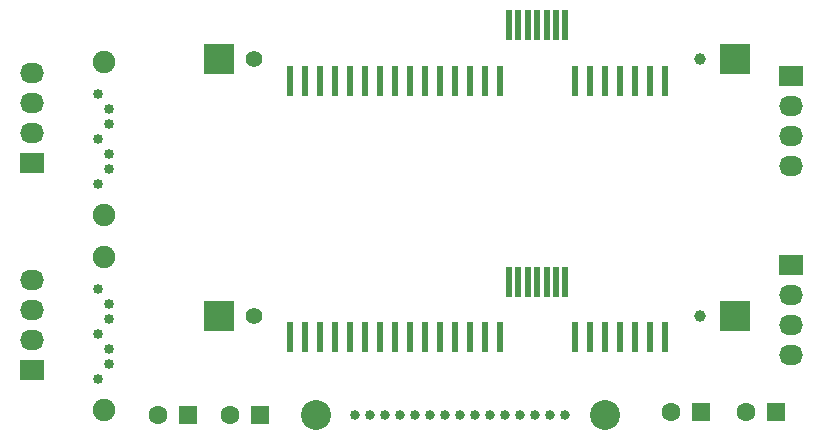
<source format=gbr>
%TF.GenerationSoftware,KiCad,Pcbnew,(5.1.10)-1*%
%TF.CreationDate,2021-07-19T20:27:22+08:00*%
%TF.ProjectId,2.5_SAS_Backend,322e355f-5341-4535-9f42-61636b656e64,rev?*%
%TF.SameCoordinates,Original*%
%TF.FileFunction,Soldermask,Bot*%
%TF.FilePolarity,Negative*%
%FSLAX46Y46*%
G04 Gerber Fmt 4.6, Leading zero omitted, Abs format (unit mm)*
G04 Created by KiCad (PCBNEW (5.1.10)-1) date 2021-07-19 20:27:22*
%MOMM*%
%LPD*%
G01*
G04 APERTURE LIST*
%ADD10R,2.600000X2.600000*%
%ADD11C,1.000000*%
%ADD12C,1.400000*%
%ADD13R,0.600000X2.530000*%
%ADD14R,0.500000X2.530000*%
%ADD15C,1.900000*%
%ADD16C,0.850000*%
%ADD17C,0.840000*%
%ADD18C,2.540000*%
%ADD19C,1.600000*%
%ADD20R,1.600000X1.600000*%
%ADD21R,2.030000X1.730000*%
%ADD22O,2.030000X1.730000*%
G04 APERTURE END LIST*
D10*
%TO.C,U1*%
X93630000Y-34163000D03*
X49880000Y-34163000D03*
D11*
X90630000Y-34163000D03*
D12*
X52880000Y-34163000D03*
D13*
X87630000Y-35993000D03*
X86360000Y-35993000D03*
X85090000Y-35993000D03*
X83820000Y-35993000D03*
X82550000Y-35993000D03*
X81280000Y-35993000D03*
X80010000Y-35993000D03*
D14*
X79235000Y-31323000D03*
X78435000Y-31323000D03*
X77635000Y-31323000D03*
X76835000Y-31323000D03*
X76035000Y-31323000D03*
X75235000Y-31323000D03*
X74435000Y-31323000D03*
D13*
X73660000Y-35993000D03*
X72390000Y-35993000D03*
X71120000Y-35993000D03*
X69850000Y-35993000D03*
X68580000Y-35993000D03*
X67310000Y-35993000D03*
X66040000Y-35993000D03*
X64770000Y-35993000D03*
X63500000Y-35993000D03*
X62230000Y-35993000D03*
X60960000Y-35993000D03*
X59690000Y-35993000D03*
X58420000Y-35993000D03*
X57150000Y-35993000D03*
X55880000Y-35993000D03*
%TD*%
D15*
%TO.C,U5*%
X40132000Y-63874000D03*
X40132000Y-50934000D03*
D16*
X39632000Y-61214000D03*
X40632000Y-59944000D03*
X40632000Y-58674000D03*
X39632000Y-57404000D03*
X40632000Y-56134000D03*
X40632000Y-54864000D03*
X39632000Y-53594000D03*
%TD*%
D15*
%TO.C,U3*%
X40132000Y-47364000D03*
X40132000Y-34424000D03*
D16*
X39632000Y-44704000D03*
X40632000Y-43434000D03*
X40632000Y-42164000D03*
X39632000Y-40894000D03*
X40632000Y-39624000D03*
X40632000Y-38354000D03*
X39632000Y-37084000D03*
%TD*%
D10*
%TO.C,U4*%
X93630000Y-55880000D03*
X49880000Y-55880000D03*
D11*
X90630000Y-55880000D03*
D12*
X52880000Y-55880000D03*
D13*
X87630000Y-57710000D03*
X86360000Y-57710000D03*
X85090000Y-57710000D03*
X83820000Y-57710000D03*
X82550000Y-57710000D03*
X81280000Y-57710000D03*
X80010000Y-57710000D03*
D14*
X79235000Y-53040000D03*
X78435000Y-53040000D03*
X77635000Y-53040000D03*
X76835000Y-53040000D03*
X76035000Y-53040000D03*
X75235000Y-53040000D03*
X74435000Y-53040000D03*
D13*
X73660000Y-57710000D03*
X72390000Y-57710000D03*
X71120000Y-57710000D03*
X69850000Y-57710000D03*
X68580000Y-57710000D03*
X67310000Y-57710000D03*
X66040000Y-57710000D03*
X64770000Y-57710000D03*
X63500000Y-57710000D03*
X62230000Y-57710000D03*
X60960000Y-57710000D03*
X59690000Y-57710000D03*
X58420000Y-57710000D03*
X57150000Y-57710000D03*
X55880000Y-57710000D03*
%TD*%
D17*
%TO.C,U2*%
X62680000Y-64262000D03*
X63950000Y-64262000D03*
X61410000Y-64262000D03*
X67760000Y-64262000D03*
X65220000Y-64262000D03*
X66490000Y-64262000D03*
X69030000Y-64262000D03*
X70300000Y-64262000D03*
X71570000Y-64262000D03*
X72840000Y-64262000D03*
X74110000Y-64262000D03*
X75380000Y-64262000D03*
X76650000Y-64262000D03*
X77920000Y-64262000D03*
X79190000Y-64262000D03*
D18*
X58140600Y-64262000D03*
X82550000Y-64262000D03*
%TD*%
D19*
%TO.C,5V_C2*%
X88178000Y-64008000D03*
D20*
X90678000Y-64008000D03*
%TD*%
D19*
%TO.C,12V_C3*%
X44744000Y-64262000D03*
D20*
X47244000Y-64262000D03*
%TD*%
D19*
%TO.C,12V_C4*%
X50840000Y-64262000D03*
D20*
X53340000Y-64262000D03*
%TD*%
D21*
%TO.C,M1*%
X98298000Y-51562000D03*
D22*
X98298000Y-54102000D03*
X98298000Y-56642000D03*
X98298000Y-59182000D03*
%TD*%
D21*
%TO.C,M2*%
X98298000Y-35560000D03*
D22*
X98298000Y-38100000D03*
X98298000Y-40640000D03*
X98298000Y-43180000D03*
%TD*%
D21*
%TO.C,M3*%
X34036000Y-42926000D03*
D22*
X34036000Y-40386000D03*
X34036000Y-37846000D03*
X34036000Y-35306000D03*
%TD*%
D21*
%TO.C,M4*%
X34036000Y-60452000D03*
D22*
X34036000Y-57912000D03*
X34036000Y-55372000D03*
X34036000Y-52832000D03*
%TD*%
D19*
%TO.C,5V_C1*%
X94528000Y-64008000D03*
D20*
X97028000Y-64008000D03*
%TD*%
M02*

</source>
